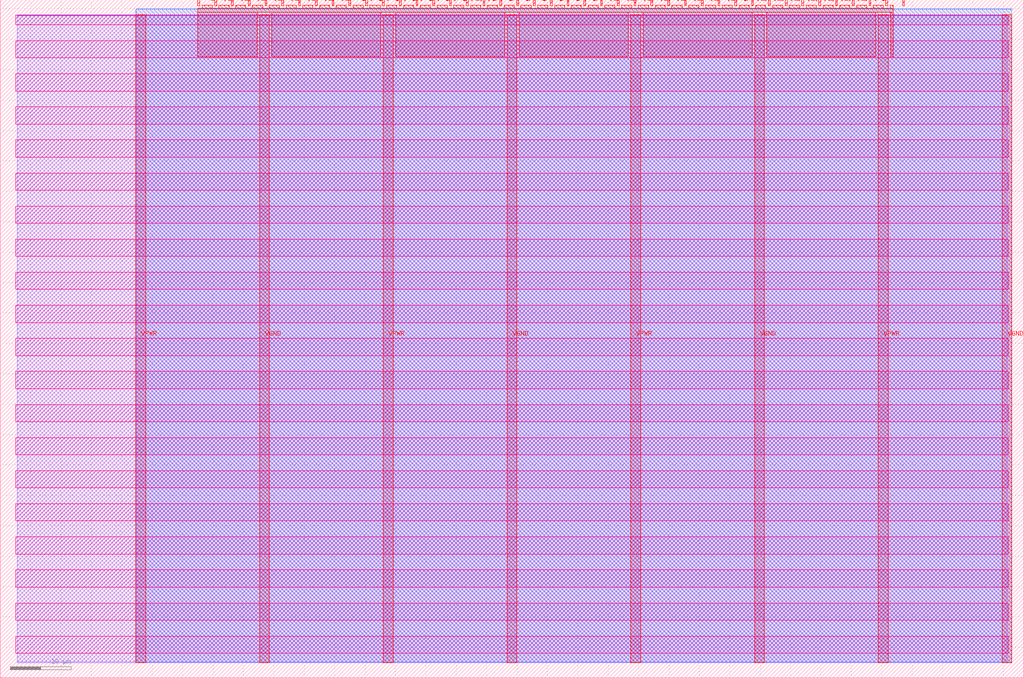
<source format=lef>
VERSION 5.7 ;
  NOWIREEXTENSIONATPIN ON ;
  DIVIDERCHAR "/" ;
  BUSBITCHARS "[]" ;
MACRO tt_um_muncherkin_lioncage
  CLASS BLOCK ;
  FOREIGN tt_um_muncherkin_lioncage ;
  ORIGIN 0.000 0.000 ;
  SIZE 168.360 BY 111.520 ;
  PIN VGND
    DIRECTION INOUT ;
    USE GROUND ;
    PORT
      LAYER met4 ;
        RECT 42.670 2.480 44.270 109.040 ;
    END
    PORT
      LAYER met4 ;
        RECT 83.380 2.480 84.980 109.040 ;
    END
    PORT
      LAYER met4 ;
        RECT 124.090 2.480 125.690 109.040 ;
    END
    PORT
      LAYER met4 ;
        RECT 164.800 2.480 166.400 109.040 ;
    END
  END VGND
  PIN VPWR
    DIRECTION INOUT ;
    USE POWER ;
    PORT
      LAYER met4 ;
        RECT 22.315 2.480 23.915 109.040 ;
    END
    PORT
      LAYER met4 ;
        RECT 63.025 2.480 64.625 109.040 ;
    END
    PORT
      LAYER met4 ;
        RECT 103.735 2.480 105.335 109.040 ;
    END
    PORT
      LAYER met4 ;
        RECT 144.445 2.480 146.045 109.040 ;
    END
  END VPWR
  PIN clk
    DIRECTION INPUT ;
    USE SIGNAL ;
    ANTENNAGATEAREA 0.852000 ;
    PORT
      LAYER met4 ;
        RECT 145.670 110.520 145.970 111.520 ;
    END
  END clk
  PIN ena
    DIRECTION INPUT ;
    USE SIGNAL ;
    PORT
      LAYER met4 ;
        RECT 148.430 110.520 148.730 111.520 ;
    END
  END ena
  PIN rst_n
    DIRECTION INPUT ;
    USE SIGNAL ;
    ANTENNAGATEAREA 0.213000 ;
    PORT
      LAYER met4 ;
        RECT 142.910 110.520 143.210 111.520 ;
    END
  END rst_n
  PIN ui_in[0]
    DIRECTION INPUT ;
    USE SIGNAL ;
    PORT
      LAYER met4 ;
        RECT 140.150 110.520 140.450 111.520 ;
    END
  END ui_in[0]
  PIN ui_in[1]
    DIRECTION INPUT ;
    USE SIGNAL ;
    PORT
      LAYER met4 ;
        RECT 137.390 110.520 137.690 111.520 ;
    END
  END ui_in[1]
  PIN ui_in[2]
    DIRECTION INPUT ;
    USE SIGNAL ;
    ANTENNAGATEAREA 0.196500 ;
    PORT
      LAYER met4 ;
        RECT 134.630 110.520 134.930 111.520 ;
    END
  END ui_in[2]
  PIN ui_in[3]
    DIRECTION INPUT ;
    USE SIGNAL ;
    ANTENNAGATEAREA 0.196500 ;
    PORT
      LAYER met4 ;
        RECT 131.870 110.520 132.170 111.520 ;
    END
  END ui_in[3]
  PIN ui_in[4]
    DIRECTION INPUT ;
    USE SIGNAL ;
    PORT
      LAYER met4 ;
        RECT 129.110 110.520 129.410 111.520 ;
    END
  END ui_in[4]
  PIN ui_in[5]
    DIRECTION INPUT ;
    USE SIGNAL ;
    PORT
      LAYER met4 ;
        RECT 126.350 110.520 126.650 111.520 ;
    END
  END ui_in[5]
  PIN ui_in[6]
    DIRECTION INPUT ;
    USE SIGNAL ;
    PORT
      LAYER met4 ;
        RECT 123.590 110.520 123.890 111.520 ;
    END
  END ui_in[6]
  PIN ui_in[7]
    DIRECTION INPUT ;
    USE SIGNAL ;
    PORT
      LAYER met4 ;
        RECT 120.830 110.520 121.130 111.520 ;
    END
  END ui_in[7]
  PIN uio_in[0]
    DIRECTION INPUT ;
    USE SIGNAL ;
    PORT
      LAYER met4 ;
        RECT 118.070 110.520 118.370 111.520 ;
    END
  END uio_in[0]
  PIN uio_in[1]
    DIRECTION INPUT ;
    USE SIGNAL ;
    PORT
      LAYER met4 ;
        RECT 115.310 110.520 115.610 111.520 ;
    END
  END uio_in[1]
  PIN uio_in[2]
    DIRECTION INPUT ;
    USE SIGNAL ;
    PORT
      LAYER met4 ;
        RECT 112.550 110.520 112.850 111.520 ;
    END
  END uio_in[2]
  PIN uio_in[3]
    DIRECTION INPUT ;
    USE SIGNAL ;
    PORT
      LAYER met4 ;
        RECT 109.790 110.520 110.090 111.520 ;
    END
  END uio_in[3]
  PIN uio_in[4]
    DIRECTION INPUT ;
    USE SIGNAL ;
    PORT
      LAYER met4 ;
        RECT 107.030 110.520 107.330 111.520 ;
    END
  END uio_in[4]
  PIN uio_in[5]
    DIRECTION INPUT ;
    USE SIGNAL ;
    PORT
      LAYER met4 ;
        RECT 104.270 110.520 104.570 111.520 ;
    END
  END uio_in[5]
  PIN uio_in[6]
    DIRECTION INPUT ;
    USE SIGNAL ;
    PORT
      LAYER met4 ;
        RECT 101.510 110.520 101.810 111.520 ;
    END
  END uio_in[6]
  PIN uio_in[7]
    DIRECTION INPUT ;
    USE SIGNAL ;
    PORT
      LAYER met4 ;
        RECT 98.750 110.520 99.050 111.520 ;
    END
  END uio_in[7]
  PIN uio_oe[0]
    DIRECTION OUTPUT TRISTATE ;
    USE SIGNAL ;
    PORT
      LAYER met4 ;
        RECT 51.830 110.520 52.130 111.520 ;
    END
  END uio_oe[0]
  PIN uio_oe[1]
    DIRECTION OUTPUT TRISTATE ;
    USE SIGNAL ;
    PORT
      LAYER met4 ;
        RECT 49.070 110.520 49.370 111.520 ;
    END
  END uio_oe[1]
  PIN uio_oe[2]
    DIRECTION OUTPUT TRISTATE ;
    USE SIGNAL ;
    PORT
      LAYER met4 ;
        RECT 46.310 110.520 46.610 111.520 ;
    END
  END uio_oe[2]
  PIN uio_oe[3]
    DIRECTION OUTPUT TRISTATE ;
    USE SIGNAL ;
    PORT
      LAYER met4 ;
        RECT 43.550 110.520 43.850 111.520 ;
    END
  END uio_oe[3]
  PIN uio_oe[4]
    DIRECTION OUTPUT TRISTATE ;
    USE SIGNAL ;
    PORT
      LAYER met4 ;
        RECT 40.790 110.520 41.090 111.520 ;
    END
  END uio_oe[4]
  PIN uio_oe[5]
    DIRECTION OUTPUT TRISTATE ;
    USE SIGNAL ;
    PORT
      LAYER met4 ;
        RECT 38.030 110.520 38.330 111.520 ;
    END
  END uio_oe[5]
  PIN uio_oe[6]
    DIRECTION OUTPUT TRISTATE ;
    USE SIGNAL ;
    PORT
      LAYER met4 ;
        RECT 35.270 110.520 35.570 111.520 ;
    END
  END uio_oe[6]
  PIN uio_oe[7]
    DIRECTION OUTPUT TRISTATE ;
    USE SIGNAL ;
    PORT
      LAYER met4 ;
        RECT 32.510 110.520 32.810 111.520 ;
    END
  END uio_oe[7]
  PIN uio_out[0]
    DIRECTION OUTPUT TRISTATE ;
    USE SIGNAL ;
    PORT
      LAYER met4 ;
        RECT 73.910 110.520 74.210 111.520 ;
    END
  END uio_out[0]
  PIN uio_out[1]
    DIRECTION OUTPUT TRISTATE ;
    USE SIGNAL ;
    PORT
      LAYER met4 ;
        RECT 71.150 110.520 71.450 111.520 ;
    END
  END uio_out[1]
  PIN uio_out[2]
    DIRECTION OUTPUT TRISTATE ;
    USE SIGNAL ;
    PORT
      LAYER met4 ;
        RECT 68.390 110.520 68.690 111.520 ;
    END
  END uio_out[2]
  PIN uio_out[3]
    DIRECTION OUTPUT TRISTATE ;
    USE SIGNAL ;
    PORT
      LAYER met4 ;
        RECT 65.630 110.520 65.930 111.520 ;
    END
  END uio_out[3]
  PIN uio_out[4]
    DIRECTION OUTPUT TRISTATE ;
    USE SIGNAL ;
    PORT
      LAYER met4 ;
        RECT 62.870 110.520 63.170 111.520 ;
    END
  END uio_out[4]
  PIN uio_out[5]
    DIRECTION OUTPUT TRISTATE ;
    USE SIGNAL ;
    PORT
      LAYER met4 ;
        RECT 60.110 110.520 60.410 111.520 ;
    END
  END uio_out[5]
  PIN uio_out[6]
    DIRECTION OUTPUT TRISTATE ;
    USE SIGNAL ;
    PORT
      LAYER met4 ;
        RECT 57.350 110.520 57.650 111.520 ;
    END
  END uio_out[6]
  PIN uio_out[7]
    DIRECTION OUTPUT TRISTATE ;
    USE SIGNAL ;
    PORT
      LAYER met4 ;
        RECT 54.590 110.520 54.890 111.520 ;
    END
  END uio_out[7]
  PIN uo_out[0]
    DIRECTION OUTPUT TRISTATE ;
    USE SIGNAL ;
    ANTENNADIFFAREA 0.445500 ;
    PORT
      LAYER met4 ;
        RECT 95.990 110.520 96.290 111.520 ;
    END
  END uo_out[0]
  PIN uo_out[1]
    DIRECTION OUTPUT TRISTATE ;
    USE SIGNAL ;
    ANTENNADIFFAREA 0.445500 ;
    PORT
      LAYER met4 ;
        RECT 93.230 110.520 93.530 111.520 ;
    END
  END uo_out[1]
  PIN uo_out[2]
    DIRECTION OUTPUT TRISTATE ;
    USE SIGNAL ;
    ANTENNADIFFAREA 0.445500 ;
    PORT
      LAYER met4 ;
        RECT 90.470 110.520 90.770 111.520 ;
    END
  END uo_out[2]
  PIN uo_out[3]
    DIRECTION OUTPUT TRISTATE ;
    USE SIGNAL ;
    ANTENNADIFFAREA 0.445500 ;
    PORT
      LAYER met4 ;
        RECT 87.710 110.520 88.010 111.520 ;
    END
  END uo_out[3]
  PIN uo_out[4]
    DIRECTION OUTPUT TRISTATE ;
    USE SIGNAL ;
    ANTENNADIFFAREA 0.445500 ;
    PORT
      LAYER met4 ;
        RECT 84.950 110.520 85.250 111.520 ;
    END
  END uo_out[4]
  PIN uo_out[5]
    DIRECTION OUTPUT TRISTATE ;
    USE SIGNAL ;
    ANTENNADIFFAREA 0.445500 ;
    PORT
      LAYER met4 ;
        RECT 82.190 110.520 82.490 111.520 ;
    END
  END uo_out[5]
  PIN uo_out[6]
    DIRECTION OUTPUT TRISTATE ;
    USE SIGNAL ;
    ANTENNADIFFAREA 0.445500 ;
    PORT
      LAYER met4 ;
        RECT 79.430 110.520 79.730 111.520 ;
    END
  END uo_out[6]
  PIN uo_out[7]
    DIRECTION OUTPUT TRISTATE ;
    USE SIGNAL ;
    PORT
      LAYER met4 ;
        RECT 76.670 110.520 76.970 111.520 ;
    END
  END uo_out[7]
  OBS
      LAYER nwell ;
        RECT 2.570 107.385 165.790 108.990 ;
        RECT 2.570 101.945 165.790 104.775 ;
        RECT 2.570 96.505 165.790 99.335 ;
        RECT 2.570 91.065 165.790 93.895 ;
        RECT 2.570 85.625 165.790 88.455 ;
        RECT 2.570 80.185 165.790 83.015 ;
        RECT 2.570 74.745 165.790 77.575 ;
        RECT 2.570 69.305 165.790 72.135 ;
        RECT 2.570 63.865 165.790 66.695 ;
        RECT 2.570 58.425 165.790 61.255 ;
        RECT 2.570 52.985 165.790 55.815 ;
        RECT 2.570 47.545 165.790 50.375 ;
        RECT 2.570 42.105 165.790 44.935 ;
        RECT 2.570 36.665 165.790 39.495 ;
        RECT 2.570 31.225 165.790 34.055 ;
        RECT 2.570 25.785 165.790 28.615 ;
        RECT 2.570 20.345 165.790 23.175 ;
        RECT 2.570 14.905 165.790 17.735 ;
        RECT 2.570 9.465 165.790 12.295 ;
        RECT 2.570 4.025 165.790 6.855 ;
      LAYER li1 ;
        RECT 2.760 2.635 165.600 108.885 ;
      LAYER met1 ;
        RECT 2.760 2.480 166.400 109.040 ;
      LAYER met2 ;
        RECT 22.345 2.535 166.370 110.005 ;
      LAYER met3 ;
        RECT 22.325 2.555 166.390 109.985 ;
      LAYER met4 ;
        RECT 33.210 110.120 34.870 110.650 ;
        RECT 35.970 110.120 37.630 110.650 ;
        RECT 38.730 110.120 40.390 110.650 ;
        RECT 41.490 110.120 43.150 110.650 ;
        RECT 44.250 110.120 45.910 110.650 ;
        RECT 47.010 110.120 48.670 110.650 ;
        RECT 49.770 110.120 51.430 110.650 ;
        RECT 52.530 110.120 54.190 110.650 ;
        RECT 55.290 110.120 56.950 110.650 ;
        RECT 58.050 110.120 59.710 110.650 ;
        RECT 60.810 110.120 62.470 110.650 ;
        RECT 63.570 110.120 65.230 110.650 ;
        RECT 66.330 110.120 67.990 110.650 ;
        RECT 69.090 110.120 70.750 110.650 ;
        RECT 71.850 110.120 73.510 110.650 ;
        RECT 74.610 110.120 76.270 110.650 ;
        RECT 77.370 110.120 79.030 110.650 ;
        RECT 80.130 110.120 81.790 110.650 ;
        RECT 82.890 110.120 84.550 110.650 ;
        RECT 85.650 110.120 87.310 110.650 ;
        RECT 88.410 110.120 90.070 110.650 ;
        RECT 91.170 110.120 92.830 110.650 ;
        RECT 93.930 110.120 95.590 110.650 ;
        RECT 96.690 110.120 98.350 110.650 ;
        RECT 99.450 110.120 101.110 110.650 ;
        RECT 102.210 110.120 103.870 110.650 ;
        RECT 104.970 110.120 106.630 110.650 ;
        RECT 107.730 110.120 109.390 110.650 ;
        RECT 110.490 110.120 112.150 110.650 ;
        RECT 113.250 110.120 114.910 110.650 ;
        RECT 116.010 110.120 117.670 110.650 ;
        RECT 118.770 110.120 120.430 110.650 ;
        RECT 121.530 110.120 123.190 110.650 ;
        RECT 124.290 110.120 125.950 110.650 ;
        RECT 127.050 110.120 128.710 110.650 ;
        RECT 129.810 110.120 131.470 110.650 ;
        RECT 132.570 110.120 134.230 110.650 ;
        RECT 135.330 110.120 136.990 110.650 ;
        RECT 138.090 110.120 139.750 110.650 ;
        RECT 140.850 110.120 142.510 110.650 ;
        RECT 143.610 110.120 145.270 110.650 ;
        RECT 146.370 110.120 146.905 110.650 ;
        RECT 32.495 109.440 146.905 110.120 ;
        RECT 32.495 102.175 42.270 109.440 ;
        RECT 44.670 102.175 62.625 109.440 ;
        RECT 65.025 102.175 82.980 109.440 ;
        RECT 85.380 102.175 103.335 109.440 ;
        RECT 105.735 102.175 123.690 109.440 ;
        RECT 126.090 102.175 144.045 109.440 ;
        RECT 146.445 102.175 146.905 109.440 ;
  END
END tt_um_muncherkin_lioncage
END LIBRARY


</source>
